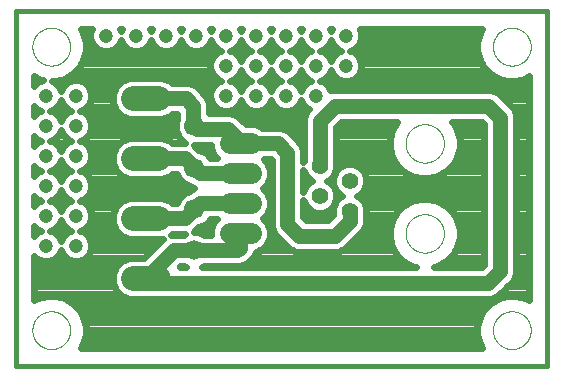
<source format=gbl>
G75*
%MOIN*%
%OFA0B0*%
%FSLAX25Y25*%
%IPPOS*%
%LPD*%
%AMOC8*
5,1,8,0,0,1.08239X$1,22.5*
%
%ADD10C,0.00000*%
%ADD11C,0.01600*%
%ADD12C,0.05543*%
%ADD13C,0.08250*%
%ADD14C,0.07087*%
%ADD15C,0.06693*%
%ADD16C,0.05000*%
%ADD17C,0.04750*%
%ADD18C,0.02400*%
D10*
X0065351Y0067988D02*
X0065353Y0068146D01*
X0065359Y0068304D01*
X0065369Y0068462D01*
X0065383Y0068620D01*
X0065401Y0068777D01*
X0065422Y0068934D01*
X0065448Y0069090D01*
X0065478Y0069246D01*
X0065511Y0069401D01*
X0065549Y0069554D01*
X0065590Y0069707D01*
X0065635Y0069859D01*
X0065684Y0070010D01*
X0065737Y0070159D01*
X0065793Y0070307D01*
X0065853Y0070453D01*
X0065917Y0070598D01*
X0065985Y0070741D01*
X0066056Y0070883D01*
X0066130Y0071023D01*
X0066208Y0071160D01*
X0066290Y0071296D01*
X0066374Y0071430D01*
X0066463Y0071561D01*
X0066554Y0071690D01*
X0066649Y0071817D01*
X0066746Y0071942D01*
X0066847Y0072064D01*
X0066951Y0072183D01*
X0067058Y0072300D01*
X0067168Y0072414D01*
X0067281Y0072525D01*
X0067396Y0072634D01*
X0067514Y0072739D01*
X0067635Y0072841D01*
X0067758Y0072941D01*
X0067884Y0073037D01*
X0068012Y0073130D01*
X0068142Y0073220D01*
X0068275Y0073306D01*
X0068410Y0073390D01*
X0068546Y0073469D01*
X0068685Y0073546D01*
X0068826Y0073618D01*
X0068968Y0073688D01*
X0069112Y0073753D01*
X0069258Y0073815D01*
X0069405Y0073873D01*
X0069554Y0073928D01*
X0069704Y0073979D01*
X0069855Y0074026D01*
X0070007Y0074069D01*
X0070160Y0074108D01*
X0070315Y0074144D01*
X0070470Y0074175D01*
X0070626Y0074203D01*
X0070782Y0074227D01*
X0070939Y0074247D01*
X0071097Y0074263D01*
X0071254Y0074275D01*
X0071413Y0074283D01*
X0071571Y0074287D01*
X0071729Y0074287D01*
X0071887Y0074283D01*
X0072046Y0074275D01*
X0072203Y0074263D01*
X0072361Y0074247D01*
X0072518Y0074227D01*
X0072674Y0074203D01*
X0072830Y0074175D01*
X0072985Y0074144D01*
X0073140Y0074108D01*
X0073293Y0074069D01*
X0073445Y0074026D01*
X0073596Y0073979D01*
X0073746Y0073928D01*
X0073895Y0073873D01*
X0074042Y0073815D01*
X0074188Y0073753D01*
X0074332Y0073688D01*
X0074474Y0073618D01*
X0074615Y0073546D01*
X0074754Y0073469D01*
X0074890Y0073390D01*
X0075025Y0073306D01*
X0075158Y0073220D01*
X0075288Y0073130D01*
X0075416Y0073037D01*
X0075542Y0072941D01*
X0075665Y0072841D01*
X0075786Y0072739D01*
X0075904Y0072634D01*
X0076019Y0072525D01*
X0076132Y0072414D01*
X0076242Y0072300D01*
X0076349Y0072183D01*
X0076453Y0072064D01*
X0076554Y0071942D01*
X0076651Y0071817D01*
X0076746Y0071690D01*
X0076837Y0071561D01*
X0076926Y0071430D01*
X0077010Y0071296D01*
X0077092Y0071160D01*
X0077170Y0071023D01*
X0077244Y0070883D01*
X0077315Y0070741D01*
X0077383Y0070598D01*
X0077447Y0070453D01*
X0077507Y0070307D01*
X0077563Y0070159D01*
X0077616Y0070010D01*
X0077665Y0069859D01*
X0077710Y0069707D01*
X0077751Y0069554D01*
X0077789Y0069401D01*
X0077822Y0069246D01*
X0077852Y0069090D01*
X0077878Y0068934D01*
X0077899Y0068777D01*
X0077917Y0068620D01*
X0077931Y0068462D01*
X0077941Y0068304D01*
X0077947Y0068146D01*
X0077949Y0067988D01*
X0077947Y0067830D01*
X0077941Y0067672D01*
X0077931Y0067514D01*
X0077917Y0067356D01*
X0077899Y0067199D01*
X0077878Y0067042D01*
X0077852Y0066886D01*
X0077822Y0066730D01*
X0077789Y0066575D01*
X0077751Y0066422D01*
X0077710Y0066269D01*
X0077665Y0066117D01*
X0077616Y0065966D01*
X0077563Y0065817D01*
X0077507Y0065669D01*
X0077447Y0065523D01*
X0077383Y0065378D01*
X0077315Y0065235D01*
X0077244Y0065093D01*
X0077170Y0064953D01*
X0077092Y0064816D01*
X0077010Y0064680D01*
X0076926Y0064546D01*
X0076837Y0064415D01*
X0076746Y0064286D01*
X0076651Y0064159D01*
X0076554Y0064034D01*
X0076453Y0063912D01*
X0076349Y0063793D01*
X0076242Y0063676D01*
X0076132Y0063562D01*
X0076019Y0063451D01*
X0075904Y0063342D01*
X0075786Y0063237D01*
X0075665Y0063135D01*
X0075542Y0063035D01*
X0075416Y0062939D01*
X0075288Y0062846D01*
X0075158Y0062756D01*
X0075025Y0062670D01*
X0074890Y0062586D01*
X0074754Y0062507D01*
X0074615Y0062430D01*
X0074474Y0062358D01*
X0074332Y0062288D01*
X0074188Y0062223D01*
X0074042Y0062161D01*
X0073895Y0062103D01*
X0073746Y0062048D01*
X0073596Y0061997D01*
X0073445Y0061950D01*
X0073293Y0061907D01*
X0073140Y0061868D01*
X0072985Y0061832D01*
X0072830Y0061801D01*
X0072674Y0061773D01*
X0072518Y0061749D01*
X0072361Y0061729D01*
X0072203Y0061713D01*
X0072046Y0061701D01*
X0071887Y0061693D01*
X0071729Y0061689D01*
X0071571Y0061689D01*
X0071413Y0061693D01*
X0071254Y0061701D01*
X0071097Y0061713D01*
X0070939Y0061729D01*
X0070782Y0061749D01*
X0070626Y0061773D01*
X0070470Y0061801D01*
X0070315Y0061832D01*
X0070160Y0061868D01*
X0070007Y0061907D01*
X0069855Y0061950D01*
X0069704Y0061997D01*
X0069554Y0062048D01*
X0069405Y0062103D01*
X0069258Y0062161D01*
X0069112Y0062223D01*
X0068968Y0062288D01*
X0068826Y0062358D01*
X0068685Y0062430D01*
X0068546Y0062507D01*
X0068410Y0062586D01*
X0068275Y0062670D01*
X0068142Y0062756D01*
X0068012Y0062846D01*
X0067884Y0062939D01*
X0067758Y0063035D01*
X0067635Y0063135D01*
X0067514Y0063237D01*
X0067396Y0063342D01*
X0067281Y0063451D01*
X0067168Y0063562D01*
X0067058Y0063676D01*
X0066951Y0063793D01*
X0066847Y0063912D01*
X0066746Y0064034D01*
X0066649Y0064159D01*
X0066554Y0064286D01*
X0066463Y0064415D01*
X0066374Y0064546D01*
X0066290Y0064680D01*
X0066208Y0064816D01*
X0066130Y0064953D01*
X0066056Y0065093D01*
X0065985Y0065235D01*
X0065917Y0065378D01*
X0065853Y0065523D01*
X0065793Y0065669D01*
X0065737Y0065817D01*
X0065684Y0065966D01*
X0065635Y0066117D01*
X0065590Y0066269D01*
X0065549Y0066422D01*
X0065511Y0066575D01*
X0065478Y0066730D01*
X0065448Y0066886D01*
X0065422Y0067042D01*
X0065401Y0067199D01*
X0065383Y0067356D01*
X0065369Y0067514D01*
X0065359Y0067672D01*
X0065353Y0067830D01*
X0065351Y0067988D01*
X0065351Y0162476D02*
X0065353Y0162634D01*
X0065359Y0162792D01*
X0065369Y0162950D01*
X0065383Y0163108D01*
X0065401Y0163265D01*
X0065422Y0163422D01*
X0065448Y0163578D01*
X0065478Y0163734D01*
X0065511Y0163889D01*
X0065549Y0164042D01*
X0065590Y0164195D01*
X0065635Y0164347D01*
X0065684Y0164498D01*
X0065737Y0164647D01*
X0065793Y0164795D01*
X0065853Y0164941D01*
X0065917Y0165086D01*
X0065985Y0165229D01*
X0066056Y0165371D01*
X0066130Y0165511D01*
X0066208Y0165648D01*
X0066290Y0165784D01*
X0066374Y0165918D01*
X0066463Y0166049D01*
X0066554Y0166178D01*
X0066649Y0166305D01*
X0066746Y0166430D01*
X0066847Y0166552D01*
X0066951Y0166671D01*
X0067058Y0166788D01*
X0067168Y0166902D01*
X0067281Y0167013D01*
X0067396Y0167122D01*
X0067514Y0167227D01*
X0067635Y0167329D01*
X0067758Y0167429D01*
X0067884Y0167525D01*
X0068012Y0167618D01*
X0068142Y0167708D01*
X0068275Y0167794D01*
X0068410Y0167878D01*
X0068546Y0167957D01*
X0068685Y0168034D01*
X0068826Y0168106D01*
X0068968Y0168176D01*
X0069112Y0168241D01*
X0069258Y0168303D01*
X0069405Y0168361D01*
X0069554Y0168416D01*
X0069704Y0168467D01*
X0069855Y0168514D01*
X0070007Y0168557D01*
X0070160Y0168596D01*
X0070315Y0168632D01*
X0070470Y0168663D01*
X0070626Y0168691D01*
X0070782Y0168715D01*
X0070939Y0168735D01*
X0071097Y0168751D01*
X0071254Y0168763D01*
X0071413Y0168771D01*
X0071571Y0168775D01*
X0071729Y0168775D01*
X0071887Y0168771D01*
X0072046Y0168763D01*
X0072203Y0168751D01*
X0072361Y0168735D01*
X0072518Y0168715D01*
X0072674Y0168691D01*
X0072830Y0168663D01*
X0072985Y0168632D01*
X0073140Y0168596D01*
X0073293Y0168557D01*
X0073445Y0168514D01*
X0073596Y0168467D01*
X0073746Y0168416D01*
X0073895Y0168361D01*
X0074042Y0168303D01*
X0074188Y0168241D01*
X0074332Y0168176D01*
X0074474Y0168106D01*
X0074615Y0168034D01*
X0074754Y0167957D01*
X0074890Y0167878D01*
X0075025Y0167794D01*
X0075158Y0167708D01*
X0075288Y0167618D01*
X0075416Y0167525D01*
X0075542Y0167429D01*
X0075665Y0167329D01*
X0075786Y0167227D01*
X0075904Y0167122D01*
X0076019Y0167013D01*
X0076132Y0166902D01*
X0076242Y0166788D01*
X0076349Y0166671D01*
X0076453Y0166552D01*
X0076554Y0166430D01*
X0076651Y0166305D01*
X0076746Y0166178D01*
X0076837Y0166049D01*
X0076926Y0165918D01*
X0077010Y0165784D01*
X0077092Y0165648D01*
X0077170Y0165511D01*
X0077244Y0165371D01*
X0077315Y0165229D01*
X0077383Y0165086D01*
X0077447Y0164941D01*
X0077507Y0164795D01*
X0077563Y0164647D01*
X0077616Y0164498D01*
X0077665Y0164347D01*
X0077710Y0164195D01*
X0077751Y0164042D01*
X0077789Y0163889D01*
X0077822Y0163734D01*
X0077852Y0163578D01*
X0077878Y0163422D01*
X0077899Y0163265D01*
X0077917Y0163108D01*
X0077931Y0162950D01*
X0077941Y0162792D01*
X0077947Y0162634D01*
X0077949Y0162476D01*
X0077947Y0162318D01*
X0077941Y0162160D01*
X0077931Y0162002D01*
X0077917Y0161844D01*
X0077899Y0161687D01*
X0077878Y0161530D01*
X0077852Y0161374D01*
X0077822Y0161218D01*
X0077789Y0161063D01*
X0077751Y0160910D01*
X0077710Y0160757D01*
X0077665Y0160605D01*
X0077616Y0160454D01*
X0077563Y0160305D01*
X0077507Y0160157D01*
X0077447Y0160011D01*
X0077383Y0159866D01*
X0077315Y0159723D01*
X0077244Y0159581D01*
X0077170Y0159441D01*
X0077092Y0159304D01*
X0077010Y0159168D01*
X0076926Y0159034D01*
X0076837Y0158903D01*
X0076746Y0158774D01*
X0076651Y0158647D01*
X0076554Y0158522D01*
X0076453Y0158400D01*
X0076349Y0158281D01*
X0076242Y0158164D01*
X0076132Y0158050D01*
X0076019Y0157939D01*
X0075904Y0157830D01*
X0075786Y0157725D01*
X0075665Y0157623D01*
X0075542Y0157523D01*
X0075416Y0157427D01*
X0075288Y0157334D01*
X0075158Y0157244D01*
X0075025Y0157158D01*
X0074890Y0157074D01*
X0074754Y0156995D01*
X0074615Y0156918D01*
X0074474Y0156846D01*
X0074332Y0156776D01*
X0074188Y0156711D01*
X0074042Y0156649D01*
X0073895Y0156591D01*
X0073746Y0156536D01*
X0073596Y0156485D01*
X0073445Y0156438D01*
X0073293Y0156395D01*
X0073140Y0156356D01*
X0072985Y0156320D01*
X0072830Y0156289D01*
X0072674Y0156261D01*
X0072518Y0156237D01*
X0072361Y0156217D01*
X0072203Y0156201D01*
X0072046Y0156189D01*
X0071887Y0156181D01*
X0071729Y0156177D01*
X0071571Y0156177D01*
X0071413Y0156181D01*
X0071254Y0156189D01*
X0071097Y0156201D01*
X0070939Y0156217D01*
X0070782Y0156237D01*
X0070626Y0156261D01*
X0070470Y0156289D01*
X0070315Y0156320D01*
X0070160Y0156356D01*
X0070007Y0156395D01*
X0069855Y0156438D01*
X0069704Y0156485D01*
X0069554Y0156536D01*
X0069405Y0156591D01*
X0069258Y0156649D01*
X0069112Y0156711D01*
X0068968Y0156776D01*
X0068826Y0156846D01*
X0068685Y0156918D01*
X0068546Y0156995D01*
X0068410Y0157074D01*
X0068275Y0157158D01*
X0068142Y0157244D01*
X0068012Y0157334D01*
X0067884Y0157427D01*
X0067758Y0157523D01*
X0067635Y0157623D01*
X0067514Y0157725D01*
X0067396Y0157830D01*
X0067281Y0157939D01*
X0067168Y0158050D01*
X0067058Y0158164D01*
X0066951Y0158281D01*
X0066847Y0158400D01*
X0066746Y0158522D01*
X0066649Y0158647D01*
X0066554Y0158774D01*
X0066463Y0158903D01*
X0066374Y0159034D01*
X0066290Y0159168D01*
X0066208Y0159304D01*
X0066130Y0159441D01*
X0066056Y0159581D01*
X0065985Y0159723D01*
X0065917Y0159866D01*
X0065853Y0160011D01*
X0065793Y0160157D01*
X0065737Y0160305D01*
X0065684Y0160454D01*
X0065635Y0160605D01*
X0065590Y0160757D01*
X0065549Y0160910D01*
X0065511Y0161063D01*
X0065478Y0161218D01*
X0065448Y0161374D01*
X0065422Y0161530D01*
X0065401Y0161687D01*
X0065383Y0161844D01*
X0065369Y0162002D01*
X0065359Y0162160D01*
X0065353Y0162318D01*
X0065351Y0162476D01*
X0189740Y0130232D02*
X0189742Y0130392D01*
X0189748Y0130551D01*
X0189758Y0130710D01*
X0189772Y0130869D01*
X0189790Y0131028D01*
X0189811Y0131186D01*
X0189837Y0131343D01*
X0189867Y0131500D01*
X0189900Y0131656D01*
X0189938Y0131811D01*
X0189979Y0131965D01*
X0190024Y0132118D01*
X0190073Y0132270D01*
X0190126Y0132420D01*
X0190182Y0132569D01*
X0190242Y0132717D01*
X0190306Y0132863D01*
X0190374Y0133008D01*
X0190445Y0133151D01*
X0190519Y0133292D01*
X0190597Y0133431D01*
X0190679Y0133568D01*
X0190764Y0133703D01*
X0190852Y0133836D01*
X0190943Y0133967D01*
X0191038Y0134095D01*
X0191136Y0134221D01*
X0191237Y0134345D01*
X0191341Y0134465D01*
X0191448Y0134584D01*
X0191558Y0134699D01*
X0191671Y0134812D01*
X0191786Y0134922D01*
X0191905Y0135029D01*
X0192025Y0135133D01*
X0192149Y0135234D01*
X0192275Y0135332D01*
X0192403Y0135427D01*
X0192534Y0135518D01*
X0192667Y0135606D01*
X0192802Y0135691D01*
X0192939Y0135773D01*
X0193078Y0135851D01*
X0193219Y0135925D01*
X0193362Y0135996D01*
X0193507Y0136064D01*
X0193653Y0136128D01*
X0193801Y0136188D01*
X0193950Y0136244D01*
X0194100Y0136297D01*
X0194252Y0136346D01*
X0194405Y0136391D01*
X0194559Y0136432D01*
X0194714Y0136470D01*
X0194870Y0136503D01*
X0195027Y0136533D01*
X0195184Y0136559D01*
X0195342Y0136580D01*
X0195501Y0136598D01*
X0195660Y0136612D01*
X0195819Y0136622D01*
X0195978Y0136628D01*
X0196138Y0136630D01*
X0196298Y0136628D01*
X0196457Y0136622D01*
X0196616Y0136612D01*
X0196775Y0136598D01*
X0196934Y0136580D01*
X0197092Y0136559D01*
X0197249Y0136533D01*
X0197406Y0136503D01*
X0197562Y0136470D01*
X0197717Y0136432D01*
X0197871Y0136391D01*
X0198024Y0136346D01*
X0198176Y0136297D01*
X0198326Y0136244D01*
X0198475Y0136188D01*
X0198623Y0136128D01*
X0198769Y0136064D01*
X0198914Y0135996D01*
X0199057Y0135925D01*
X0199198Y0135851D01*
X0199337Y0135773D01*
X0199474Y0135691D01*
X0199609Y0135606D01*
X0199742Y0135518D01*
X0199873Y0135427D01*
X0200001Y0135332D01*
X0200127Y0135234D01*
X0200251Y0135133D01*
X0200371Y0135029D01*
X0200490Y0134922D01*
X0200605Y0134812D01*
X0200718Y0134699D01*
X0200828Y0134584D01*
X0200935Y0134465D01*
X0201039Y0134345D01*
X0201140Y0134221D01*
X0201238Y0134095D01*
X0201333Y0133967D01*
X0201424Y0133836D01*
X0201512Y0133703D01*
X0201597Y0133568D01*
X0201679Y0133431D01*
X0201757Y0133292D01*
X0201831Y0133151D01*
X0201902Y0133008D01*
X0201970Y0132863D01*
X0202034Y0132717D01*
X0202094Y0132569D01*
X0202150Y0132420D01*
X0202203Y0132270D01*
X0202252Y0132118D01*
X0202297Y0131965D01*
X0202338Y0131811D01*
X0202376Y0131656D01*
X0202409Y0131500D01*
X0202439Y0131343D01*
X0202465Y0131186D01*
X0202486Y0131028D01*
X0202504Y0130869D01*
X0202518Y0130710D01*
X0202528Y0130551D01*
X0202534Y0130392D01*
X0202536Y0130232D01*
X0202534Y0130072D01*
X0202528Y0129913D01*
X0202518Y0129754D01*
X0202504Y0129595D01*
X0202486Y0129436D01*
X0202465Y0129278D01*
X0202439Y0129121D01*
X0202409Y0128964D01*
X0202376Y0128808D01*
X0202338Y0128653D01*
X0202297Y0128499D01*
X0202252Y0128346D01*
X0202203Y0128194D01*
X0202150Y0128044D01*
X0202094Y0127895D01*
X0202034Y0127747D01*
X0201970Y0127601D01*
X0201902Y0127456D01*
X0201831Y0127313D01*
X0201757Y0127172D01*
X0201679Y0127033D01*
X0201597Y0126896D01*
X0201512Y0126761D01*
X0201424Y0126628D01*
X0201333Y0126497D01*
X0201238Y0126369D01*
X0201140Y0126243D01*
X0201039Y0126119D01*
X0200935Y0125999D01*
X0200828Y0125880D01*
X0200718Y0125765D01*
X0200605Y0125652D01*
X0200490Y0125542D01*
X0200371Y0125435D01*
X0200251Y0125331D01*
X0200127Y0125230D01*
X0200001Y0125132D01*
X0199873Y0125037D01*
X0199742Y0124946D01*
X0199609Y0124858D01*
X0199474Y0124773D01*
X0199337Y0124691D01*
X0199198Y0124613D01*
X0199057Y0124539D01*
X0198914Y0124468D01*
X0198769Y0124400D01*
X0198623Y0124336D01*
X0198475Y0124276D01*
X0198326Y0124220D01*
X0198176Y0124167D01*
X0198024Y0124118D01*
X0197871Y0124073D01*
X0197717Y0124032D01*
X0197562Y0123994D01*
X0197406Y0123961D01*
X0197249Y0123931D01*
X0197092Y0123905D01*
X0196934Y0123884D01*
X0196775Y0123866D01*
X0196616Y0123852D01*
X0196457Y0123842D01*
X0196298Y0123836D01*
X0196138Y0123834D01*
X0195978Y0123836D01*
X0195819Y0123842D01*
X0195660Y0123852D01*
X0195501Y0123866D01*
X0195342Y0123884D01*
X0195184Y0123905D01*
X0195027Y0123931D01*
X0194870Y0123961D01*
X0194714Y0123994D01*
X0194559Y0124032D01*
X0194405Y0124073D01*
X0194252Y0124118D01*
X0194100Y0124167D01*
X0193950Y0124220D01*
X0193801Y0124276D01*
X0193653Y0124336D01*
X0193507Y0124400D01*
X0193362Y0124468D01*
X0193219Y0124539D01*
X0193078Y0124613D01*
X0192939Y0124691D01*
X0192802Y0124773D01*
X0192667Y0124858D01*
X0192534Y0124946D01*
X0192403Y0125037D01*
X0192275Y0125132D01*
X0192149Y0125230D01*
X0192025Y0125331D01*
X0191905Y0125435D01*
X0191786Y0125542D01*
X0191671Y0125652D01*
X0191558Y0125765D01*
X0191448Y0125880D01*
X0191341Y0125999D01*
X0191237Y0126119D01*
X0191136Y0126243D01*
X0191038Y0126369D01*
X0190943Y0126497D01*
X0190852Y0126628D01*
X0190764Y0126761D01*
X0190679Y0126896D01*
X0190597Y0127033D01*
X0190519Y0127172D01*
X0190445Y0127313D01*
X0190374Y0127456D01*
X0190306Y0127601D01*
X0190242Y0127747D01*
X0190182Y0127895D01*
X0190126Y0128044D01*
X0190073Y0128194D01*
X0190024Y0128346D01*
X0189979Y0128499D01*
X0189938Y0128653D01*
X0189900Y0128808D01*
X0189867Y0128964D01*
X0189837Y0129121D01*
X0189811Y0129278D01*
X0189790Y0129436D01*
X0189772Y0129595D01*
X0189758Y0129754D01*
X0189748Y0129913D01*
X0189742Y0130072D01*
X0189740Y0130232D01*
X0189740Y0100232D02*
X0189742Y0100392D01*
X0189748Y0100551D01*
X0189758Y0100710D01*
X0189772Y0100869D01*
X0189790Y0101028D01*
X0189811Y0101186D01*
X0189837Y0101343D01*
X0189867Y0101500D01*
X0189900Y0101656D01*
X0189938Y0101811D01*
X0189979Y0101965D01*
X0190024Y0102118D01*
X0190073Y0102270D01*
X0190126Y0102420D01*
X0190182Y0102569D01*
X0190242Y0102717D01*
X0190306Y0102863D01*
X0190374Y0103008D01*
X0190445Y0103151D01*
X0190519Y0103292D01*
X0190597Y0103431D01*
X0190679Y0103568D01*
X0190764Y0103703D01*
X0190852Y0103836D01*
X0190943Y0103967D01*
X0191038Y0104095D01*
X0191136Y0104221D01*
X0191237Y0104345D01*
X0191341Y0104465D01*
X0191448Y0104584D01*
X0191558Y0104699D01*
X0191671Y0104812D01*
X0191786Y0104922D01*
X0191905Y0105029D01*
X0192025Y0105133D01*
X0192149Y0105234D01*
X0192275Y0105332D01*
X0192403Y0105427D01*
X0192534Y0105518D01*
X0192667Y0105606D01*
X0192802Y0105691D01*
X0192939Y0105773D01*
X0193078Y0105851D01*
X0193219Y0105925D01*
X0193362Y0105996D01*
X0193507Y0106064D01*
X0193653Y0106128D01*
X0193801Y0106188D01*
X0193950Y0106244D01*
X0194100Y0106297D01*
X0194252Y0106346D01*
X0194405Y0106391D01*
X0194559Y0106432D01*
X0194714Y0106470D01*
X0194870Y0106503D01*
X0195027Y0106533D01*
X0195184Y0106559D01*
X0195342Y0106580D01*
X0195501Y0106598D01*
X0195660Y0106612D01*
X0195819Y0106622D01*
X0195978Y0106628D01*
X0196138Y0106630D01*
X0196298Y0106628D01*
X0196457Y0106622D01*
X0196616Y0106612D01*
X0196775Y0106598D01*
X0196934Y0106580D01*
X0197092Y0106559D01*
X0197249Y0106533D01*
X0197406Y0106503D01*
X0197562Y0106470D01*
X0197717Y0106432D01*
X0197871Y0106391D01*
X0198024Y0106346D01*
X0198176Y0106297D01*
X0198326Y0106244D01*
X0198475Y0106188D01*
X0198623Y0106128D01*
X0198769Y0106064D01*
X0198914Y0105996D01*
X0199057Y0105925D01*
X0199198Y0105851D01*
X0199337Y0105773D01*
X0199474Y0105691D01*
X0199609Y0105606D01*
X0199742Y0105518D01*
X0199873Y0105427D01*
X0200001Y0105332D01*
X0200127Y0105234D01*
X0200251Y0105133D01*
X0200371Y0105029D01*
X0200490Y0104922D01*
X0200605Y0104812D01*
X0200718Y0104699D01*
X0200828Y0104584D01*
X0200935Y0104465D01*
X0201039Y0104345D01*
X0201140Y0104221D01*
X0201238Y0104095D01*
X0201333Y0103967D01*
X0201424Y0103836D01*
X0201512Y0103703D01*
X0201597Y0103568D01*
X0201679Y0103431D01*
X0201757Y0103292D01*
X0201831Y0103151D01*
X0201902Y0103008D01*
X0201970Y0102863D01*
X0202034Y0102717D01*
X0202094Y0102569D01*
X0202150Y0102420D01*
X0202203Y0102270D01*
X0202252Y0102118D01*
X0202297Y0101965D01*
X0202338Y0101811D01*
X0202376Y0101656D01*
X0202409Y0101500D01*
X0202439Y0101343D01*
X0202465Y0101186D01*
X0202486Y0101028D01*
X0202504Y0100869D01*
X0202518Y0100710D01*
X0202528Y0100551D01*
X0202534Y0100392D01*
X0202536Y0100232D01*
X0202534Y0100072D01*
X0202528Y0099913D01*
X0202518Y0099754D01*
X0202504Y0099595D01*
X0202486Y0099436D01*
X0202465Y0099278D01*
X0202439Y0099121D01*
X0202409Y0098964D01*
X0202376Y0098808D01*
X0202338Y0098653D01*
X0202297Y0098499D01*
X0202252Y0098346D01*
X0202203Y0098194D01*
X0202150Y0098044D01*
X0202094Y0097895D01*
X0202034Y0097747D01*
X0201970Y0097601D01*
X0201902Y0097456D01*
X0201831Y0097313D01*
X0201757Y0097172D01*
X0201679Y0097033D01*
X0201597Y0096896D01*
X0201512Y0096761D01*
X0201424Y0096628D01*
X0201333Y0096497D01*
X0201238Y0096369D01*
X0201140Y0096243D01*
X0201039Y0096119D01*
X0200935Y0095999D01*
X0200828Y0095880D01*
X0200718Y0095765D01*
X0200605Y0095652D01*
X0200490Y0095542D01*
X0200371Y0095435D01*
X0200251Y0095331D01*
X0200127Y0095230D01*
X0200001Y0095132D01*
X0199873Y0095037D01*
X0199742Y0094946D01*
X0199609Y0094858D01*
X0199474Y0094773D01*
X0199337Y0094691D01*
X0199198Y0094613D01*
X0199057Y0094539D01*
X0198914Y0094468D01*
X0198769Y0094400D01*
X0198623Y0094336D01*
X0198475Y0094276D01*
X0198326Y0094220D01*
X0198176Y0094167D01*
X0198024Y0094118D01*
X0197871Y0094073D01*
X0197717Y0094032D01*
X0197562Y0093994D01*
X0197406Y0093961D01*
X0197249Y0093931D01*
X0197092Y0093905D01*
X0196934Y0093884D01*
X0196775Y0093866D01*
X0196616Y0093852D01*
X0196457Y0093842D01*
X0196298Y0093836D01*
X0196138Y0093834D01*
X0195978Y0093836D01*
X0195819Y0093842D01*
X0195660Y0093852D01*
X0195501Y0093866D01*
X0195342Y0093884D01*
X0195184Y0093905D01*
X0195027Y0093931D01*
X0194870Y0093961D01*
X0194714Y0093994D01*
X0194559Y0094032D01*
X0194405Y0094073D01*
X0194252Y0094118D01*
X0194100Y0094167D01*
X0193950Y0094220D01*
X0193801Y0094276D01*
X0193653Y0094336D01*
X0193507Y0094400D01*
X0193362Y0094468D01*
X0193219Y0094539D01*
X0193078Y0094613D01*
X0192939Y0094691D01*
X0192802Y0094773D01*
X0192667Y0094858D01*
X0192534Y0094946D01*
X0192403Y0095037D01*
X0192275Y0095132D01*
X0192149Y0095230D01*
X0192025Y0095331D01*
X0191905Y0095435D01*
X0191786Y0095542D01*
X0191671Y0095652D01*
X0191558Y0095765D01*
X0191448Y0095880D01*
X0191341Y0095999D01*
X0191237Y0096119D01*
X0191136Y0096243D01*
X0191038Y0096369D01*
X0190943Y0096497D01*
X0190852Y0096628D01*
X0190764Y0096761D01*
X0190679Y0096896D01*
X0190597Y0097033D01*
X0190519Y0097172D01*
X0190445Y0097313D01*
X0190374Y0097456D01*
X0190306Y0097601D01*
X0190242Y0097747D01*
X0190182Y0097895D01*
X0190126Y0098044D01*
X0190073Y0098194D01*
X0190024Y0098346D01*
X0189979Y0098499D01*
X0189938Y0098653D01*
X0189900Y0098808D01*
X0189867Y0098964D01*
X0189837Y0099121D01*
X0189811Y0099278D01*
X0189790Y0099436D01*
X0189772Y0099595D01*
X0189758Y0099754D01*
X0189748Y0099913D01*
X0189742Y0100072D01*
X0189740Y0100232D01*
X0218895Y0067988D02*
X0218897Y0068146D01*
X0218903Y0068304D01*
X0218913Y0068462D01*
X0218927Y0068620D01*
X0218945Y0068777D01*
X0218966Y0068934D01*
X0218992Y0069090D01*
X0219022Y0069246D01*
X0219055Y0069401D01*
X0219093Y0069554D01*
X0219134Y0069707D01*
X0219179Y0069859D01*
X0219228Y0070010D01*
X0219281Y0070159D01*
X0219337Y0070307D01*
X0219397Y0070453D01*
X0219461Y0070598D01*
X0219529Y0070741D01*
X0219600Y0070883D01*
X0219674Y0071023D01*
X0219752Y0071160D01*
X0219834Y0071296D01*
X0219918Y0071430D01*
X0220007Y0071561D01*
X0220098Y0071690D01*
X0220193Y0071817D01*
X0220290Y0071942D01*
X0220391Y0072064D01*
X0220495Y0072183D01*
X0220602Y0072300D01*
X0220712Y0072414D01*
X0220825Y0072525D01*
X0220940Y0072634D01*
X0221058Y0072739D01*
X0221179Y0072841D01*
X0221302Y0072941D01*
X0221428Y0073037D01*
X0221556Y0073130D01*
X0221686Y0073220D01*
X0221819Y0073306D01*
X0221954Y0073390D01*
X0222090Y0073469D01*
X0222229Y0073546D01*
X0222370Y0073618D01*
X0222512Y0073688D01*
X0222656Y0073753D01*
X0222802Y0073815D01*
X0222949Y0073873D01*
X0223098Y0073928D01*
X0223248Y0073979D01*
X0223399Y0074026D01*
X0223551Y0074069D01*
X0223704Y0074108D01*
X0223859Y0074144D01*
X0224014Y0074175D01*
X0224170Y0074203D01*
X0224326Y0074227D01*
X0224483Y0074247D01*
X0224641Y0074263D01*
X0224798Y0074275D01*
X0224957Y0074283D01*
X0225115Y0074287D01*
X0225273Y0074287D01*
X0225431Y0074283D01*
X0225590Y0074275D01*
X0225747Y0074263D01*
X0225905Y0074247D01*
X0226062Y0074227D01*
X0226218Y0074203D01*
X0226374Y0074175D01*
X0226529Y0074144D01*
X0226684Y0074108D01*
X0226837Y0074069D01*
X0226989Y0074026D01*
X0227140Y0073979D01*
X0227290Y0073928D01*
X0227439Y0073873D01*
X0227586Y0073815D01*
X0227732Y0073753D01*
X0227876Y0073688D01*
X0228018Y0073618D01*
X0228159Y0073546D01*
X0228298Y0073469D01*
X0228434Y0073390D01*
X0228569Y0073306D01*
X0228702Y0073220D01*
X0228832Y0073130D01*
X0228960Y0073037D01*
X0229086Y0072941D01*
X0229209Y0072841D01*
X0229330Y0072739D01*
X0229448Y0072634D01*
X0229563Y0072525D01*
X0229676Y0072414D01*
X0229786Y0072300D01*
X0229893Y0072183D01*
X0229997Y0072064D01*
X0230098Y0071942D01*
X0230195Y0071817D01*
X0230290Y0071690D01*
X0230381Y0071561D01*
X0230470Y0071430D01*
X0230554Y0071296D01*
X0230636Y0071160D01*
X0230714Y0071023D01*
X0230788Y0070883D01*
X0230859Y0070741D01*
X0230927Y0070598D01*
X0230991Y0070453D01*
X0231051Y0070307D01*
X0231107Y0070159D01*
X0231160Y0070010D01*
X0231209Y0069859D01*
X0231254Y0069707D01*
X0231295Y0069554D01*
X0231333Y0069401D01*
X0231366Y0069246D01*
X0231396Y0069090D01*
X0231422Y0068934D01*
X0231443Y0068777D01*
X0231461Y0068620D01*
X0231475Y0068462D01*
X0231485Y0068304D01*
X0231491Y0068146D01*
X0231493Y0067988D01*
X0231491Y0067830D01*
X0231485Y0067672D01*
X0231475Y0067514D01*
X0231461Y0067356D01*
X0231443Y0067199D01*
X0231422Y0067042D01*
X0231396Y0066886D01*
X0231366Y0066730D01*
X0231333Y0066575D01*
X0231295Y0066422D01*
X0231254Y0066269D01*
X0231209Y0066117D01*
X0231160Y0065966D01*
X0231107Y0065817D01*
X0231051Y0065669D01*
X0230991Y0065523D01*
X0230927Y0065378D01*
X0230859Y0065235D01*
X0230788Y0065093D01*
X0230714Y0064953D01*
X0230636Y0064816D01*
X0230554Y0064680D01*
X0230470Y0064546D01*
X0230381Y0064415D01*
X0230290Y0064286D01*
X0230195Y0064159D01*
X0230098Y0064034D01*
X0229997Y0063912D01*
X0229893Y0063793D01*
X0229786Y0063676D01*
X0229676Y0063562D01*
X0229563Y0063451D01*
X0229448Y0063342D01*
X0229330Y0063237D01*
X0229209Y0063135D01*
X0229086Y0063035D01*
X0228960Y0062939D01*
X0228832Y0062846D01*
X0228702Y0062756D01*
X0228569Y0062670D01*
X0228434Y0062586D01*
X0228298Y0062507D01*
X0228159Y0062430D01*
X0228018Y0062358D01*
X0227876Y0062288D01*
X0227732Y0062223D01*
X0227586Y0062161D01*
X0227439Y0062103D01*
X0227290Y0062048D01*
X0227140Y0061997D01*
X0226989Y0061950D01*
X0226837Y0061907D01*
X0226684Y0061868D01*
X0226529Y0061832D01*
X0226374Y0061801D01*
X0226218Y0061773D01*
X0226062Y0061749D01*
X0225905Y0061729D01*
X0225747Y0061713D01*
X0225590Y0061701D01*
X0225431Y0061693D01*
X0225273Y0061689D01*
X0225115Y0061689D01*
X0224957Y0061693D01*
X0224798Y0061701D01*
X0224641Y0061713D01*
X0224483Y0061729D01*
X0224326Y0061749D01*
X0224170Y0061773D01*
X0224014Y0061801D01*
X0223859Y0061832D01*
X0223704Y0061868D01*
X0223551Y0061907D01*
X0223399Y0061950D01*
X0223248Y0061997D01*
X0223098Y0062048D01*
X0222949Y0062103D01*
X0222802Y0062161D01*
X0222656Y0062223D01*
X0222512Y0062288D01*
X0222370Y0062358D01*
X0222229Y0062430D01*
X0222090Y0062507D01*
X0221954Y0062586D01*
X0221819Y0062670D01*
X0221686Y0062756D01*
X0221556Y0062846D01*
X0221428Y0062939D01*
X0221302Y0063035D01*
X0221179Y0063135D01*
X0221058Y0063237D01*
X0220940Y0063342D01*
X0220825Y0063451D01*
X0220712Y0063562D01*
X0220602Y0063676D01*
X0220495Y0063793D01*
X0220391Y0063912D01*
X0220290Y0064034D01*
X0220193Y0064159D01*
X0220098Y0064286D01*
X0220007Y0064415D01*
X0219918Y0064546D01*
X0219834Y0064680D01*
X0219752Y0064816D01*
X0219674Y0064953D01*
X0219600Y0065093D01*
X0219529Y0065235D01*
X0219461Y0065378D01*
X0219397Y0065523D01*
X0219337Y0065669D01*
X0219281Y0065817D01*
X0219228Y0065966D01*
X0219179Y0066117D01*
X0219134Y0066269D01*
X0219093Y0066422D01*
X0219055Y0066575D01*
X0219022Y0066730D01*
X0218992Y0066886D01*
X0218966Y0067042D01*
X0218945Y0067199D01*
X0218927Y0067356D01*
X0218913Y0067514D01*
X0218903Y0067672D01*
X0218897Y0067830D01*
X0218895Y0067988D01*
X0218895Y0162476D02*
X0218897Y0162634D01*
X0218903Y0162792D01*
X0218913Y0162950D01*
X0218927Y0163108D01*
X0218945Y0163265D01*
X0218966Y0163422D01*
X0218992Y0163578D01*
X0219022Y0163734D01*
X0219055Y0163889D01*
X0219093Y0164042D01*
X0219134Y0164195D01*
X0219179Y0164347D01*
X0219228Y0164498D01*
X0219281Y0164647D01*
X0219337Y0164795D01*
X0219397Y0164941D01*
X0219461Y0165086D01*
X0219529Y0165229D01*
X0219600Y0165371D01*
X0219674Y0165511D01*
X0219752Y0165648D01*
X0219834Y0165784D01*
X0219918Y0165918D01*
X0220007Y0166049D01*
X0220098Y0166178D01*
X0220193Y0166305D01*
X0220290Y0166430D01*
X0220391Y0166552D01*
X0220495Y0166671D01*
X0220602Y0166788D01*
X0220712Y0166902D01*
X0220825Y0167013D01*
X0220940Y0167122D01*
X0221058Y0167227D01*
X0221179Y0167329D01*
X0221302Y0167429D01*
X0221428Y0167525D01*
X0221556Y0167618D01*
X0221686Y0167708D01*
X0221819Y0167794D01*
X0221954Y0167878D01*
X0222090Y0167957D01*
X0222229Y0168034D01*
X0222370Y0168106D01*
X0222512Y0168176D01*
X0222656Y0168241D01*
X0222802Y0168303D01*
X0222949Y0168361D01*
X0223098Y0168416D01*
X0223248Y0168467D01*
X0223399Y0168514D01*
X0223551Y0168557D01*
X0223704Y0168596D01*
X0223859Y0168632D01*
X0224014Y0168663D01*
X0224170Y0168691D01*
X0224326Y0168715D01*
X0224483Y0168735D01*
X0224641Y0168751D01*
X0224798Y0168763D01*
X0224957Y0168771D01*
X0225115Y0168775D01*
X0225273Y0168775D01*
X0225431Y0168771D01*
X0225590Y0168763D01*
X0225747Y0168751D01*
X0225905Y0168735D01*
X0226062Y0168715D01*
X0226218Y0168691D01*
X0226374Y0168663D01*
X0226529Y0168632D01*
X0226684Y0168596D01*
X0226837Y0168557D01*
X0226989Y0168514D01*
X0227140Y0168467D01*
X0227290Y0168416D01*
X0227439Y0168361D01*
X0227586Y0168303D01*
X0227732Y0168241D01*
X0227876Y0168176D01*
X0228018Y0168106D01*
X0228159Y0168034D01*
X0228298Y0167957D01*
X0228434Y0167878D01*
X0228569Y0167794D01*
X0228702Y0167708D01*
X0228832Y0167618D01*
X0228960Y0167525D01*
X0229086Y0167429D01*
X0229209Y0167329D01*
X0229330Y0167227D01*
X0229448Y0167122D01*
X0229563Y0167013D01*
X0229676Y0166902D01*
X0229786Y0166788D01*
X0229893Y0166671D01*
X0229997Y0166552D01*
X0230098Y0166430D01*
X0230195Y0166305D01*
X0230290Y0166178D01*
X0230381Y0166049D01*
X0230470Y0165918D01*
X0230554Y0165784D01*
X0230636Y0165648D01*
X0230714Y0165511D01*
X0230788Y0165371D01*
X0230859Y0165229D01*
X0230927Y0165086D01*
X0230991Y0164941D01*
X0231051Y0164795D01*
X0231107Y0164647D01*
X0231160Y0164498D01*
X0231209Y0164347D01*
X0231254Y0164195D01*
X0231295Y0164042D01*
X0231333Y0163889D01*
X0231366Y0163734D01*
X0231396Y0163578D01*
X0231422Y0163422D01*
X0231443Y0163265D01*
X0231461Y0163108D01*
X0231475Y0162950D01*
X0231485Y0162792D01*
X0231491Y0162634D01*
X0231493Y0162476D01*
X0231491Y0162318D01*
X0231485Y0162160D01*
X0231475Y0162002D01*
X0231461Y0161844D01*
X0231443Y0161687D01*
X0231422Y0161530D01*
X0231396Y0161374D01*
X0231366Y0161218D01*
X0231333Y0161063D01*
X0231295Y0160910D01*
X0231254Y0160757D01*
X0231209Y0160605D01*
X0231160Y0160454D01*
X0231107Y0160305D01*
X0231051Y0160157D01*
X0230991Y0160011D01*
X0230927Y0159866D01*
X0230859Y0159723D01*
X0230788Y0159581D01*
X0230714Y0159441D01*
X0230636Y0159304D01*
X0230554Y0159168D01*
X0230470Y0159034D01*
X0230381Y0158903D01*
X0230290Y0158774D01*
X0230195Y0158647D01*
X0230098Y0158522D01*
X0229997Y0158400D01*
X0229893Y0158281D01*
X0229786Y0158164D01*
X0229676Y0158050D01*
X0229563Y0157939D01*
X0229448Y0157830D01*
X0229330Y0157725D01*
X0229209Y0157623D01*
X0229086Y0157523D01*
X0228960Y0157427D01*
X0228832Y0157334D01*
X0228702Y0157244D01*
X0228569Y0157158D01*
X0228434Y0157074D01*
X0228298Y0156995D01*
X0228159Y0156918D01*
X0228018Y0156846D01*
X0227876Y0156776D01*
X0227732Y0156711D01*
X0227586Y0156649D01*
X0227439Y0156591D01*
X0227290Y0156536D01*
X0227140Y0156485D01*
X0226989Y0156438D01*
X0226837Y0156395D01*
X0226684Y0156356D01*
X0226529Y0156320D01*
X0226374Y0156289D01*
X0226218Y0156261D01*
X0226062Y0156237D01*
X0225905Y0156217D01*
X0225747Y0156201D01*
X0225590Y0156189D01*
X0225431Y0156181D01*
X0225273Y0156177D01*
X0225115Y0156177D01*
X0224957Y0156181D01*
X0224798Y0156189D01*
X0224641Y0156201D01*
X0224483Y0156217D01*
X0224326Y0156237D01*
X0224170Y0156261D01*
X0224014Y0156289D01*
X0223859Y0156320D01*
X0223704Y0156356D01*
X0223551Y0156395D01*
X0223399Y0156438D01*
X0223248Y0156485D01*
X0223098Y0156536D01*
X0222949Y0156591D01*
X0222802Y0156649D01*
X0222656Y0156711D01*
X0222512Y0156776D01*
X0222370Y0156846D01*
X0222229Y0156918D01*
X0222090Y0156995D01*
X0221954Y0157074D01*
X0221819Y0157158D01*
X0221686Y0157244D01*
X0221556Y0157334D01*
X0221428Y0157427D01*
X0221302Y0157523D01*
X0221179Y0157623D01*
X0221058Y0157725D01*
X0220940Y0157830D01*
X0220825Y0157939D01*
X0220712Y0158050D01*
X0220602Y0158164D01*
X0220495Y0158281D01*
X0220391Y0158400D01*
X0220290Y0158522D01*
X0220193Y0158647D01*
X0220098Y0158774D01*
X0220007Y0158903D01*
X0219918Y0159034D01*
X0219834Y0159168D01*
X0219752Y0159304D01*
X0219674Y0159441D01*
X0219600Y0159581D01*
X0219529Y0159723D01*
X0219461Y0159866D01*
X0219397Y0160011D01*
X0219337Y0160157D01*
X0219281Y0160305D01*
X0219228Y0160454D01*
X0219179Y0160605D01*
X0219134Y0160757D01*
X0219093Y0160910D01*
X0219055Y0161063D01*
X0219022Y0161218D01*
X0218992Y0161374D01*
X0218966Y0161530D01*
X0218945Y0161687D01*
X0218927Y0161844D01*
X0218913Y0162002D01*
X0218903Y0162160D01*
X0218897Y0162318D01*
X0218895Y0162476D01*
D11*
X0237005Y0056177D02*
X0059839Y0056177D01*
X0059839Y0174287D01*
X0237005Y0174287D01*
X0237005Y0056177D01*
D12*
X0171138Y0107732D03*
X0161138Y0112732D03*
X0171138Y0117732D03*
X0161138Y0122732D03*
D13*
X0107271Y0125232D02*
X0099021Y0125232D01*
X0099021Y0105232D02*
X0107271Y0105232D01*
X0107271Y0085232D02*
X0099021Y0085232D01*
X0099021Y0145232D02*
X0107271Y0145232D01*
D14*
X0131099Y0130232D02*
X0138186Y0130232D01*
X0138186Y0120232D02*
X0131099Y0120232D01*
X0131099Y0110232D02*
X0138186Y0110232D01*
X0138186Y0100232D02*
X0131099Y0100232D01*
D15*
X0119288Y0094563D03*
X0119288Y0108343D03*
X0119288Y0122122D03*
X0119288Y0135902D03*
D16*
X0120272Y0134917D01*
X0130705Y0134917D01*
X0134642Y0130980D01*
X0134642Y0130232D01*
X0147201Y0130232D01*
X0150390Y0127043D01*
X0150390Y0103421D01*
X0154327Y0099484D01*
X0166138Y0099484D01*
X0171138Y0104484D01*
X0171138Y0107732D01*
X0161138Y0122732D02*
X0161138Y0137791D01*
X0166138Y0142791D01*
X0217320Y0142791D01*
X0221257Y0138854D01*
X0221257Y0087673D01*
X0217320Y0083736D01*
X0104642Y0083736D01*
X0103146Y0085232D01*
X0112477Y0094563D01*
X0119288Y0094563D01*
X0133658Y0094563D01*
X0134642Y0095547D01*
X0134642Y0100232D01*
X0134642Y0110232D02*
X0121178Y0110232D01*
X0119288Y0108343D01*
X0116178Y0105232D01*
X0103146Y0105232D01*
X0119288Y0122122D02*
X0121178Y0120232D01*
X0134642Y0120232D01*
X0119288Y0122122D02*
X0116178Y0125232D01*
X0103146Y0125232D01*
X0118894Y0136295D02*
X0119288Y0135902D01*
X0118894Y0136295D02*
X0118894Y0142791D01*
X0116453Y0145232D01*
X0103146Y0145232D01*
D17*
X0079839Y0146177D03*
X0069839Y0146177D03*
X0069839Y0136177D03*
X0079839Y0136177D03*
X0079839Y0126177D03*
X0069839Y0126177D03*
X0069839Y0116177D03*
X0079839Y0116177D03*
X0079839Y0106177D03*
X0069839Y0106177D03*
X0069839Y0096177D03*
X0079839Y0096177D03*
X0129839Y0146177D03*
X0139839Y0146177D03*
X0149839Y0146177D03*
X0159839Y0146177D03*
X0159839Y0156177D03*
X0149839Y0156177D03*
X0139839Y0156177D03*
X0129839Y0156177D03*
X0129839Y0166177D03*
X0119839Y0166177D03*
X0109839Y0166177D03*
X0099839Y0166177D03*
X0089839Y0166177D03*
X0139839Y0166177D03*
X0149839Y0166177D03*
X0159839Y0166177D03*
X0169839Y0166177D03*
X0169839Y0156177D03*
D18*
X0174752Y0154516D02*
X0216891Y0154516D01*
X0215992Y0155416D02*
X0218133Y0153275D01*
X0220755Y0151761D01*
X0223680Y0150977D01*
X0226707Y0150977D01*
X0229632Y0151761D01*
X0231005Y0152553D01*
X0231005Y0077911D01*
X0229632Y0078704D01*
X0226707Y0079487D01*
X0223680Y0079487D01*
X0220755Y0078704D01*
X0218133Y0077190D01*
X0215992Y0075049D01*
X0214478Y0072427D01*
X0213694Y0069502D01*
X0213694Y0066474D01*
X0214478Y0063550D01*
X0215270Y0062177D01*
X0081573Y0062177D01*
X0082366Y0063550D01*
X0083149Y0066474D01*
X0083149Y0069502D01*
X0082366Y0072427D01*
X0080852Y0075049D01*
X0078711Y0077190D01*
X0076089Y0078704D01*
X0073164Y0079487D01*
X0070136Y0079487D01*
X0067212Y0078704D01*
X0065839Y0077911D01*
X0065839Y0092859D01*
X0066908Y0091790D01*
X0068810Y0091002D01*
X0070869Y0091002D01*
X0072771Y0091790D01*
X0074226Y0093246D01*
X0074839Y0094726D01*
X0075452Y0093246D01*
X0076908Y0091790D01*
X0078810Y0091002D01*
X0080869Y0091002D01*
X0082771Y0091790D01*
X0084226Y0093246D01*
X0085014Y0095148D01*
X0085014Y0097206D01*
X0084226Y0099108D01*
X0082771Y0100564D01*
X0081291Y0101177D01*
X0082771Y0101790D01*
X0084226Y0103246D01*
X0085014Y0105148D01*
X0085014Y0107206D01*
X0084226Y0109108D01*
X0082771Y0110564D01*
X0081291Y0111177D01*
X0082771Y0111790D01*
X0084226Y0113246D01*
X0085014Y0115148D01*
X0085014Y0117206D01*
X0084226Y0119108D01*
X0082771Y0120564D01*
X0081291Y0121177D01*
X0082771Y0121790D01*
X0084226Y0123246D01*
X0085014Y0125148D01*
X0085014Y0127206D01*
X0084226Y0129108D01*
X0082771Y0130564D01*
X0081291Y0131177D01*
X0082771Y0131790D01*
X0084226Y0133246D01*
X0085014Y0135148D01*
X0085014Y0137206D01*
X0084226Y0139108D01*
X0082771Y0140564D01*
X0081291Y0141177D01*
X0082771Y0141790D01*
X0084226Y0143246D01*
X0085014Y0145148D01*
X0085014Y0147206D01*
X0084226Y0149108D01*
X0082771Y0150564D01*
X0080869Y0151352D01*
X0078810Y0151352D01*
X0076908Y0150564D01*
X0075452Y0149108D01*
X0074839Y0147628D01*
X0074226Y0149108D01*
X0072771Y0150564D01*
X0071773Y0150977D01*
X0073164Y0150977D01*
X0076089Y0151761D01*
X0078711Y0153275D01*
X0080852Y0155416D01*
X0082366Y0158038D01*
X0083149Y0160962D01*
X0083149Y0163990D01*
X0082366Y0166915D01*
X0081573Y0168287D01*
X0085112Y0168287D01*
X0084664Y0167206D01*
X0084664Y0165148D01*
X0085452Y0163246D01*
X0086908Y0161790D01*
X0088810Y0161002D01*
X0090869Y0161002D01*
X0092771Y0161790D01*
X0094226Y0163246D01*
X0094839Y0164726D01*
X0095452Y0163246D01*
X0096908Y0161790D01*
X0098810Y0161002D01*
X0100869Y0161002D01*
X0102771Y0161790D01*
X0104226Y0163246D01*
X0104839Y0164726D01*
X0105452Y0163246D01*
X0106908Y0161790D01*
X0108810Y0161002D01*
X0110869Y0161002D01*
X0112771Y0161790D01*
X0114226Y0163246D01*
X0114839Y0164726D01*
X0115452Y0163246D01*
X0116908Y0161790D01*
X0118810Y0161002D01*
X0120869Y0161002D01*
X0122771Y0161790D01*
X0124226Y0163246D01*
X0124839Y0164726D01*
X0125452Y0163246D01*
X0126908Y0161790D01*
X0128388Y0161177D01*
X0126908Y0160564D01*
X0125452Y0159108D01*
X0124664Y0157206D01*
X0124664Y0155148D01*
X0125452Y0153246D01*
X0126908Y0151790D01*
X0128388Y0151177D01*
X0126908Y0150564D01*
X0125452Y0149108D01*
X0124664Y0147206D01*
X0124664Y0145148D01*
X0125452Y0143246D01*
X0126908Y0141790D01*
X0128810Y0141002D01*
X0130869Y0141002D01*
X0132771Y0141790D01*
X0134226Y0143246D01*
X0134839Y0144726D01*
X0135452Y0143246D01*
X0136908Y0141790D01*
X0138810Y0141002D01*
X0140869Y0141002D01*
X0142771Y0141790D01*
X0144226Y0143246D01*
X0144839Y0144726D01*
X0145452Y0143246D01*
X0146908Y0141790D01*
X0148810Y0141002D01*
X0150869Y0141002D01*
X0152771Y0141790D01*
X0154226Y0143246D01*
X0154839Y0144726D01*
X0155452Y0143246D01*
X0156908Y0141790D01*
X0157427Y0141575D01*
X0156645Y0140794D01*
X0155838Y0138846D01*
X0155838Y0124496D01*
X0155690Y0124139D01*
X0155690Y0128098D01*
X0154884Y0130046D01*
X0150204Y0134725D01*
X0148256Y0135532D01*
X0141856Y0135532D01*
X0141779Y0135610D01*
X0139447Y0136576D01*
X0136542Y0136576D01*
X0135198Y0137920D01*
X0133708Y0139410D01*
X0131760Y0140217D01*
X0124194Y0140217D01*
X0124194Y0143846D01*
X0123387Y0145794D01*
X0121897Y0147284D01*
X0119456Y0149725D01*
X0117508Y0150532D01*
X0111765Y0150532D01*
X0111194Y0151103D01*
X0108649Y0152157D01*
X0097644Y0152157D01*
X0095099Y0151103D01*
X0093151Y0149155D01*
X0092096Y0146610D01*
X0092096Y0143855D01*
X0093151Y0141310D01*
X0095099Y0139362D01*
X0097644Y0138307D01*
X0108649Y0138307D01*
X0111194Y0139362D01*
X0111765Y0139932D01*
X0113594Y0139932D01*
X0113594Y0138217D01*
X0113142Y0137124D01*
X0113142Y0134679D01*
X0114077Y0132420D01*
X0115806Y0130691D01*
X0116189Y0130532D01*
X0111765Y0130532D01*
X0111194Y0131103D01*
X0108649Y0132157D01*
X0097644Y0132157D01*
X0095099Y0131103D01*
X0093151Y0129155D01*
X0092096Y0126610D01*
X0092096Y0123855D01*
X0093151Y0121310D01*
X0095099Y0119362D01*
X0097644Y0118307D01*
X0108649Y0118307D01*
X0111194Y0119362D01*
X0111765Y0119932D01*
X0113542Y0119932D01*
X0114077Y0118640D01*
X0115806Y0116911D01*
X0117850Y0116065D01*
X0118176Y0115739D01*
X0119399Y0115232D01*
X0118176Y0114725D01*
X0117850Y0114400D01*
X0115806Y0113553D01*
X0114077Y0111824D01*
X0113542Y0110532D01*
X0111765Y0110532D01*
X0111194Y0111103D01*
X0108649Y0112157D01*
X0097644Y0112157D01*
X0095099Y0111103D01*
X0093151Y0109155D01*
X0092096Y0106610D01*
X0092096Y0103855D01*
X0093151Y0101310D01*
X0095099Y0099362D01*
X0097644Y0098307D01*
X0108649Y0098307D01*
X0108781Y0098362D01*
X0102576Y0092157D01*
X0097644Y0092157D01*
X0095099Y0091103D01*
X0093151Y0089155D01*
X0092096Y0086610D01*
X0092096Y0083855D01*
X0093151Y0081310D01*
X0095099Y0079362D01*
X0097644Y0078307D01*
X0108649Y0078307D01*
X0108960Y0078436D01*
X0218374Y0078436D01*
X0220322Y0079243D01*
X0221813Y0080734D01*
X0225750Y0084671D01*
X0226557Y0086619D01*
X0226557Y0139909D01*
X0225750Y0141857D01*
X0224259Y0143347D01*
X0220322Y0147284D01*
X0218374Y0148091D01*
X0165084Y0148091D01*
X0164711Y0147937D01*
X0164226Y0149108D01*
X0162771Y0150564D01*
X0161291Y0151177D01*
X0162771Y0151790D01*
X0164226Y0153246D01*
X0164839Y0154726D01*
X0165452Y0153246D01*
X0166908Y0151790D01*
X0168810Y0151002D01*
X0170869Y0151002D01*
X0172771Y0151790D01*
X0174226Y0153246D01*
X0175014Y0155148D01*
X0175014Y0157206D01*
X0174226Y0159108D01*
X0172771Y0160564D01*
X0171291Y0161177D01*
X0172771Y0161790D01*
X0174226Y0163246D01*
X0175014Y0165148D01*
X0175014Y0167206D01*
X0174566Y0168287D01*
X0215270Y0168287D01*
X0214478Y0166915D01*
X0213694Y0163990D01*
X0213694Y0160962D01*
X0214478Y0158038D01*
X0215992Y0155416D01*
X0215126Y0156915D02*
X0175014Y0156915D01*
X0174022Y0159313D02*
X0214136Y0159313D01*
X0213694Y0161712D02*
X0172581Y0161712D01*
X0174584Y0164110D02*
X0213726Y0164110D01*
X0214369Y0166509D02*
X0175014Y0166509D01*
X0168388Y0161177D02*
X0166908Y0160564D01*
X0165452Y0159108D01*
X0164839Y0157628D01*
X0164226Y0159108D01*
X0162771Y0160564D01*
X0161291Y0161177D01*
X0162771Y0161790D01*
X0164226Y0163246D01*
X0164839Y0164726D01*
X0165452Y0163246D01*
X0166908Y0161790D01*
X0168388Y0161177D01*
X0167097Y0161712D02*
X0162581Y0161712D01*
X0164022Y0159313D02*
X0165657Y0159313D01*
X0165094Y0164110D02*
X0164584Y0164110D01*
X0164839Y0167628D02*
X0164566Y0168287D01*
X0165112Y0168287D01*
X0164839Y0167628D01*
X0158388Y0161177D02*
X0156908Y0161790D01*
X0155452Y0163246D01*
X0154839Y0164726D01*
X0154226Y0163246D01*
X0152771Y0161790D01*
X0151291Y0161177D01*
X0152771Y0160564D01*
X0154226Y0159108D01*
X0154839Y0157628D01*
X0155452Y0159108D01*
X0156908Y0160564D01*
X0158388Y0161177D01*
X0157097Y0161712D02*
X0152581Y0161712D01*
X0154022Y0159313D02*
X0155657Y0159313D01*
X0155094Y0164110D02*
X0154584Y0164110D01*
X0154839Y0167628D02*
X0154566Y0168287D01*
X0155112Y0168287D01*
X0154839Y0167628D01*
X0148388Y0161177D02*
X0146908Y0161790D01*
X0145452Y0163246D01*
X0144839Y0164726D01*
X0144226Y0163246D01*
X0142771Y0161790D01*
X0141291Y0161177D01*
X0142771Y0160564D01*
X0144226Y0159108D01*
X0144839Y0157628D01*
X0145452Y0159108D01*
X0146908Y0160564D01*
X0148388Y0161177D01*
X0147097Y0161712D02*
X0142581Y0161712D01*
X0144022Y0159313D02*
X0145657Y0159313D01*
X0145094Y0164110D02*
X0144584Y0164110D01*
X0144839Y0167628D02*
X0144566Y0168287D01*
X0145112Y0168287D01*
X0144839Y0167628D01*
X0138388Y0161177D02*
X0136908Y0160564D01*
X0135452Y0159108D01*
X0134839Y0157628D01*
X0134226Y0159108D01*
X0132771Y0160564D01*
X0131291Y0161177D01*
X0132771Y0161790D01*
X0134226Y0163246D01*
X0134839Y0164726D01*
X0135452Y0163246D01*
X0136908Y0161790D01*
X0138388Y0161177D01*
X0137097Y0161712D02*
X0132581Y0161712D01*
X0134022Y0159313D02*
X0135657Y0159313D01*
X0135094Y0164110D02*
X0134584Y0164110D01*
X0134839Y0167628D02*
X0134566Y0168287D01*
X0135112Y0168287D01*
X0134839Y0167628D01*
X0127097Y0161712D02*
X0122581Y0161712D01*
X0124584Y0164110D02*
X0125094Y0164110D01*
X0124839Y0167628D02*
X0124566Y0168287D01*
X0125112Y0168287D01*
X0124839Y0167628D01*
X0125657Y0159313D02*
X0082708Y0159313D01*
X0083149Y0161712D02*
X0087097Y0161712D01*
X0085094Y0164110D02*
X0083117Y0164110D01*
X0082475Y0166509D02*
X0084664Y0166509D01*
X0092581Y0161712D02*
X0097097Y0161712D01*
X0095094Y0164110D02*
X0094584Y0164110D01*
X0094839Y0167628D02*
X0094566Y0168287D01*
X0095112Y0168287D01*
X0094839Y0167628D01*
X0102581Y0161712D02*
X0107097Y0161712D01*
X0105094Y0164110D02*
X0104584Y0164110D01*
X0104839Y0167628D02*
X0104566Y0168287D01*
X0105112Y0168287D01*
X0104839Y0167628D01*
X0112581Y0161712D02*
X0117097Y0161712D01*
X0115094Y0164110D02*
X0114584Y0164110D01*
X0114839Y0167628D02*
X0114566Y0168287D01*
X0115112Y0168287D01*
X0114839Y0167628D01*
X0124664Y0156915D02*
X0081717Y0156915D01*
X0079952Y0154516D02*
X0124926Y0154516D01*
X0126580Y0152118D02*
X0108745Y0152118D01*
X0119462Y0149719D02*
X0126063Y0149719D01*
X0124712Y0147321D02*
X0121860Y0147321D01*
X0123748Y0144922D02*
X0124758Y0144922D01*
X0124194Y0142524D02*
X0126175Y0142524D01*
X0131982Y0140125D02*
X0156368Y0140125D01*
X0156175Y0142524D02*
X0153504Y0142524D01*
X0155838Y0137727D02*
X0135391Y0137727D01*
X0136175Y0142524D02*
X0133504Y0142524D01*
X0134839Y0147628D02*
X0134226Y0149108D01*
X0132771Y0150564D01*
X0131291Y0151177D01*
X0132771Y0151790D01*
X0134226Y0153246D01*
X0134839Y0154726D01*
X0135452Y0153246D01*
X0136908Y0151790D01*
X0138388Y0151177D01*
X0136908Y0150564D01*
X0135452Y0149108D01*
X0134839Y0147628D01*
X0133616Y0149719D02*
X0136063Y0149719D01*
X0136580Y0152118D02*
X0133098Y0152118D01*
X0134752Y0154516D02*
X0134926Y0154516D01*
X0141291Y0151177D02*
X0142771Y0151790D01*
X0144226Y0153246D01*
X0144839Y0154726D01*
X0145452Y0153246D01*
X0146908Y0151790D01*
X0148388Y0151177D01*
X0146908Y0150564D01*
X0145452Y0149108D01*
X0144839Y0147628D01*
X0144226Y0149108D01*
X0142771Y0150564D01*
X0141291Y0151177D01*
X0143098Y0152118D02*
X0146580Y0152118D01*
X0144926Y0154516D02*
X0144752Y0154516D01*
X0143616Y0149719D02*
X0146063Y0149719D01*
X0151291Y0151177D02*
X0152771Y0151790D01*
X0154226Y0153246D01*
X0154839Y0154726D01*
X0155452Y0153246D01*
X0156908Y0151790D01*
X0158388Y0151177D01*
X0156908Y0150564D01*
X0155452Y0149108D01*
X0154839Y0147628D01*
X0154226Y0149108D01*
X0152771Y0150564D01*
X0151291Y0151177D01*
X0153098Y0152118D02*
X0156580Y0152118D01*
X0154926Y0154516D02*
X0154752Y0154516D01*
X0153616Y0149719D02*
X0156063Y0149719D01*
X0163098Y0152118D02*
X0166580Y0152118D01*
X0164926Y0154516D02*
X0164752Y0154516D01*
X0163616Y0149719D02*
X0231005Y0149719D01*
X0231005Y0147321D02*
X0220234Y0147321D01*
X0222684Y0144922D02*
X0231005Y0144922D01*
X0231005Y0142524D02*
X0225083Y0142524D01*
X0226467Y0140125D02*
X0231005Y0140125D01*
X0231005Y0137727D02*
X0226557Y0137727D01*
X0226557Y0135328D02*
X0231005Y0135328D01*
X0231005Y0132930D02*
X0226557Y0132930D01*
X0226557Y0130531D02*
X0231005Y0130531D01*
X0231005Y0128133D02*
X0226557Y0128133D01*
X0226557Y0125734D02*
X0231005Y0125734D01*
X0231005Y0123335D02*
X0226557Y0123335D01*
X0226557Y0120937D02*
X0231005Y0120937D01*
X0231005Y0118538D02*
X0226557Y0118538D01*
X0226557Y0116140D02*
X0231005Y0116140D01*
X0231005Y0113741D02*
X0226557Y0113741D01*
X0226557Y0111343D02*
X0231005Y0111343D01*
X0231005Y0108944D02*
X0226557Y0108944D01*
X0226557Y0106546D02*
X0231005Y0106546D01*
X0231005Y0104147D02*
X0226557Y0104147D01*
X0226557Y0101749D02*
X0231005Y0101749D01*
X0231005Y0099350D02*
X0226557Y0099350D01*
X0226557Y0096952D02*
X0231005Y0096952D01*
X0231005Y0094553D02*
X0226557Y0094553D01*
X0226557Y0092155D02*
X0231005Y0092155D01*
X0231005Y0089756D02*
X0226557Y0089756D01*
X0226557Y0087358D02*
X0231005Y0087358D01*
X0231005Y0084959D02*
X0225869Y0084959D01*
X0223639Y0082561D02*
X0231005Y0082561D01*
X0231005Y0080162D02*
X0221241Y0080162D01*
X0219127Y0077764D02*
X0077717Y0077764D01*
X0080536Y0075365D02*
X0216308Y0075365D01*
X0214790Y0072967D02*
X0082054Y0072967D01*
X0082864Y0070568D02*
X0213980Y0070568D01*
X0213694Y0068170D02*
X0083149Y0068170D01*
X0082961Y0065771D02*
X0213883Y0065771D01*
X0214580Y0063373D02*
X0082264Y0063373D01*
X0094298Y0080162D02*
X0065839Y0080162D01*
X0065839Y0082561D02*
X0092632Y0082561D01*
X0092096Y0084959D02*
X0065839Y0084959D01*
X0065839Y0087358D02*
X0092406Y0087358D01*
X0093752Y0089756D02*
X0065839Y0089756D01*
X0065839Y0092155D02*
X0066543Y0092155D01*
X0073135Y0092155D02*
X0076543Y0092155D01*
X0074911Y0094553D02*
X0074768Y0094553D01*
X0074839Y0097628D02*
X0074226Y0099108D01*
X0072771Y0100564D01*
X0071291Y0101177D01*
X0072771Y0101790D01*
X0074226Y0103246D01*
X0074839Y0104726D01*
X0075452Y0103246D01*
X0076908Y0101790D01*
X0078388Y0101177D01*
X0076908Y0100564D01*
X0075452Y0099108D01*
X0074839Y0097628D01*
X0073984Y0099350D02*
X0075694Y0099350D01*
X0077008Y0101749D02*
X0072671Y0101749D01*
X0074600Y0104147D02*
X0075079Y0104147D01*
X0074839Y0107628D02*
X0074226Y0109108D01*
X0072771Y0110564D01*
X0071291Y0111177D01*
X0072771Y0111790D01*
X0074226Y0113246D01*
X0074839Y0114726D01*
X0075452Y0113246D01*
X0076908Y0111790D01*
X0078388Y0111177D01*
X0076908Y0110564D01*
X0075452Y0109108D01*
X0074839Y0107628D01*
X0074294Y0108944D02*
X0075384Y0108944D01*
X0077988Y0111343D02*
X0071691Y0111343D01*
X0068388Y0111177D02*
X0066908Y0110564D01*
X0065839Y0109495D01*
X0065839Y0112859D01*
X0066908Y0111790D01*
X0068388Y0111177D01*
X0067988Y0111343D02*
X0065839Y0111343D01*
X0065839Y0119495D02*
X0065839Y0122859D01*
X0066908Y0121790D01*
X0068388Y0121177D01*
X0066908Y0120564D01*
X0065839Y0119495D01*
X0065839Y0120937D02*
X0067808Y0120937D01*
X0071291Y0121177D02*
X0072771Y0121790D01*
X0074226Y0123246D01*
X0074839Y0124726D01*
X0075452Y0123246D01*
X0076908Y0121790D01*
X0078388Y0121177D01*
X0076908Y0120564D01*
X0075452Y0119108D01*
X0074839Y0117628D01*
X0074226Y0119108D01*
X0072771Y0120564D01*
X0071291Y0121177D01*
X0071870Y0120937D02*
X0077808Y0120937D01*
X0075415Y0123335D02*
X0074263Y0123335D01*
X0074462Y0118538D02*
X0075216Y0118538D01*
X0075247Y0113741D02*
X0074431Y0113741D01*
X0081691Y0111343D02*
X0095678Y0111343D01*
X0093063Y0108944D02*
X0084294Y0108944D01*
X0085014Y0106546D02*
X0092096Y0106546D01*
X0092096Y0104147D02*
X0084600Y0104147D01*
X0082671Y0101749D02*
X0092969Y0101749D01*
X0095126Y0099350D02*
X0083984Y0099350D01*
X0085014Y0096952D02*
X0107371Y0096952D01*
X0104972Y0094553D02*
X0084768Y0094553D01*
X0083135Y0092155D02*
X0097638Y0092155D01*
X0111695Y0099863D02*
X0111765Y0099932D01*
X0116189Y0099932D01*
X0116022Y0099863D01*
X0111695Y0099863D01*
X0119108Y0100709D02*
X0119180Y0100739D01*
X0120726Y0102285D01*
X0122770Y0103132D01*
X0124499Y0104861D01*
X0124528Y0104932D01*
X0126828Y0104932D01*
X0125721Y0103825D01*
X0124756Y0101494D01*
X0124756Y0099863D01*
X0122554Y0099863D01*
X0120511Y0100709D01*
X0119108Y0100709D01*
X0120190Y0101749D02*
X0124861Y0101749D01*
X0123785Y0104147D02*
X0126043Y0104147D01*
X0116261Y0113741D02*
X0084431Y0113741D01*
X0085014Y0116140D02*
X0117669Y0116140D01*
X0114179Y0118538D02*
X0109207Y0118538D01*
X0110615Y0111343D02*
X0113878Y0111343D01*
X0097086Y0118538D02*
X0084462Y0118538D01*
X0081870Y0120937D02*
X0093523Y0120937D01*
X0092311Y0123335D02*
X0084263Y0123335D01*
X0085014Y0125734D02*
X0092096Y0125734D01*
X0092727Y0128133D02*
X0084630Y0128133D01*
X0082804Y0130531D02*
X0094527Y0130531D01*
X0085014Y0135328D02*
X0113142Y0135328D01*
X0113866Y0132930D02*
X0083910Y0132930D01*
X0084799Y0137727D02*
X0113391Y0137727D01*
X0119288Y0129617D02*
X0121327Y0129617D01*
X0124756Y0129617D01*
X0124756Y0128971D01*
X0125721Y0126639D01*
X0126828Y0125532D01*
X0124528Y0125532D01*
X0124499Y0125604D01*
X0122770Y0127333D01*
X0120726Y0128179D01*
X0119288Y0129617D01*
X0120839Y0128133D02*
X0125103Y0128133D01*
X0124368Y0125734D02*
X0126627Y0125734D01*
X0142456Y0124932D02*
X0145006Y0124932D01*
X0145090Y0124848D01*
X0145090Y0102367D01*
X0145897Y0100419D01*
X0147388Y0098928D01*
X0147388Y0098928D01*
X0149834Y0096482D01*
X0151325Y0094991D01*
X0153273Y0094184D01*
X0167193Y0094184D01*
X0169141Y0094991D01*
X0170632Y0096482D01*
X0175632Y0101482D01*
X0176438Y0103430D01*
X0176438Y0105968D01*
X0176710Y0106624D01*
X0176710Y0108841D01*
X0175862Y0110888D01*
X0174295Y0112456D01*
X0173627Y0112732D01*
X0174295Y0113009D01*
X0175862Y0114576D01*
X0176710Y0116624D01*
X0176710Y0118841D01*
X0175862Y0120888D01*
X0174295Y0122456D01*
X0172247Y0123304D01*
X0170030Y0123304D01*
X0167982Y0122456D01*
X0166415Y0120888D01*
X0165567Y0118841D01*
X0165567Y0116624D01*
X0166415Y0114576D01*
X0167982Y0113009D01*
X0168650Y0112732D01*
X0167982Y0112456D01*
X0166415Y0110888D01*
X0165567Y0108841D01*
X0165567Y0106624D01*
X0165630Y0106471D01*
X0163943Y0104784D01*
X0156523Y0104784D01*
X0155690Y0105617D01*
X0155690Y0111326D01*
X0156415Y0109576D01*
X0157982Y0108009D01*
X0160030Y0107161D01*
X0162247Y0107161D01*
X0164295Y0108009D01*
X0165862Y0109576D01*
X0166710Y0111624D01*
X0166710Y0113841D01*
X0165862Y0115888D01*
X0164295Y0117456D01*
X0163627Y0117732D01*
X0164295Y0118009D01*
X0165862Y0119576D01*
X0166710Y0121624D01*
X0166710Y0123841D01*
X0166438Y0124496D01*
X0166438Y0135596D01*
X0168334Y0137491D01*
X0186996Y0137491D01*
X0186858Y0137353D01*
X0185331Y0134709D01*
X0184541Y0131759D01*
X0184541Y0128705D01*
X0185331Y0125756D01*
X0186858Y0123111D01*
X0189017Y0120952D01*
X0191662Y0119425D01*
X0194612Y0118635D01*
X0197665Y0118635D01*
X0200615Y0119425D01*
X0203260Y0120952D01*
X0205419Y0123111D01*
X0206946Y0125756D01*
X0207736Y0128705D01*
X0207736Y0131759D01*
X0206946Y0134709D01*
X0205419Y0137353D01*
X0205281Y0137491D01*
X0215124Y0137491D01*
X0215957Y0136659D01*
X0215957Y0089869D01*
X0215124Y0089036D01*
X0199164Y0089036D01*
X0200615Y0089425D01*
X0203260Y0090952D01*
X0205419Y0093111D01*
X0206946Y0095756D01*
X0207736Y0098705D01*
X0207736Y0101759D01*
X0206946Y0104709D01*
X0205419Y0107353D01*
X0203260Y0109513D01*
X0200615Y0111040D01*
X0197665Y0111830D01*
X0194612Y0111830D01*
X0191662Y0111040D01*
X0189017Y0109513D01*
X0186858Y0107353D01*
X0185331Y0104709D01*
X0184541Y0101759D01*
X0184541Y0098705D01*
X0185331Y0095756D01*
X0186858Y0093111D01*
X0189017Y0090952D01*
X0191662Y0089425D01*
X0193113Y0089036D01*
X0122007Y0089036D01*
X0122554Y0089263D01*
X0134712Y0089263D01*
X0136660Y0090070D01*
X0139135Y0092545D01*
X0139743Y0094011D01*
X0141779Y0094855D01*
X0143563Y0096639D01*
X0144529Y0098971D01*
X0144529Y0101494D01*
X0143563Y0103825D01*
X0142156Y0105232D01*
X0143563Y0106639D01*
X0144529Y0108971D01*
X0144529Y0111494D01*
X0143563Y0113825D01*
X0142156Y0115232D01*
X0143563Y0116639D01*
X0144529Y0118971D01*
X0144529Y0121494D01*
X0143563Y0123825D01*
X0142456Y0124932D01*
X0143766Y0123335D02*
X0145090Y0123335D01*
X0145090Y0120937D02*
X0144529Y0120937D01*
X0144350Y0118538D02*
X0145090Y0118538D01*
X0145090Y0116140D02*
X0143064Y0116140D01*
X0143598Y0113741D02*
X0145090Y0113741D01*
X0145090Y0111343D02*
X0144529Y0111343D01*
X0144518Y0108944D02*
X0145090Y0108944D01*
X0145090Y0106546D02*
X0143470Y0106546D01*
X0143241Y0104147D02*
X0145090Y0104147D01*
X0145346Y0101749D02*
X0144423Y0101749D01*
X0144529Y0099350D02*
X0146966Y0099350D01*
X0149364Y0096952D02*
X0143693Y0096952D01*
X0141051Y0094553D02*
X0152382Y0094553D01*
X0149834Y0096482D02*
X0149834Y0096482D01*
X0138745Y0092155D02*
X0187814Y0092155D01*
X0186025Y0094553D02*
X0168084Y0094553D01*
X0171101Y0096952D02*
X0185011Y0096952D01*
X0184541Y0099350D02*
X0173500Y0099350D01*
X0175742Y0101749D02*
X0184541Y0101749D01*
X0185181Y0104147D02*
X0176438Y0104147D01*
X0176678Y0106546D02*
X0186392Y0106546D01*
X0188449Y0108944D02*
X0176667Y0108944D01*
X0175407Y0111343D02*
X0192794Y0111343D01*
X0199483Y0111343D02*
X0215957Y0111343D01*
X0215957Y0113741D02*
X0175027Y0113741D01*
X0176510Y0116140D02*
X0215957Y0116140D01*
X0215957Y0118538D02*
X0176710Y0118538D01*
X0175813Y0120937D02*
X0189043Y0120937D01*
X0186729Y0123335D02*
X0166710Y0123335D01*
X0166464Y0120937D02*
X0166426Y0120937D01*
X0165567Y0118538D02*
X0164824Y0118538D01*
X0165610Y0116140D02*
X0165767Y0116140D01*
X0166710Y0113741D02*
X0167250Y0113741D01*
X0166870Y0111343D02*
X0166594Y0111343D01*
X0165610Y0108944D02*
X0165230Y0108944D01*
X0165599Y0106546D02*
X0155690Y0106546D01*
X0155690Y0108944D02*
X0157047Y0108944D01*
X0155690Y0114139D02*
X0155690Y0121326D01*
X0156415Y0119576D01*
X0157982Y0118009D01*
X0158650Y0117732D01*
X0157982Y0117456D01*
X0156415Y0115888D01*
X0155690Y0114139D01*
X0155690Y0116140D02*
X0156667Y0116140D01*
X0157453Y0118538D02*
X0155690Y0118538D01*
X0155690Y0120937D02*
X0155851Y0120937D01*
X0155838Y0125734D02*
X0155690Y0125734D01*
X0155676Y0128133D02*
X0155838Y0128133D01*
X0155838Y0130531D02*
X0154398Y0130531D01*
X0155838Y0132930D02*
X0152000Y0132930D01*
X0148749Y0135328D02*
X0155838Y0135328D01*
X0166438Y0135328D02*
X0185689Y0135328D01*
X0184854Y0132930D02*
X0166438Y0132930D01*
X0166438Y0130531D02*
X0184541Y0130531D01*
X0184694Y0128133D02*
X0166438Y0128133D01*
X0166438Y0125734D02*
X0185344Y0125734D01*
X0203234Y0120937D02*
X0215957Y0120937D01*
X0215957Y0123335D02*
X0205548Y0123335D01*
X0206933Y0125734D02*
X0215957Y0125734D01*
X0215957Y0128133D02*
X0207583Y0128133D01*
X0207736Y0130531D02*
X0215957Y0130531D01*
X0215957Y0132930D02*
X0207422Y0132930D01*
X0206588Y0135328D02*
X0215957Y0135328D01*
X0220137Y0152118D02*
X0173098Y0152118D01*
X0146175Y0142524D02*
X0143504Y0142524D01*
X0097548Y0152118D02*
X0076707Y0152118D01*
X0076063Y0149719D02*
X0073616Y0149719D01*
X0068782Y0151340D02*
X0066908Y0150564D01*
X0065839Y0149495D01*
X0065839Y0152553D01*
X0067212Y0151761D01*
X0068782Y0151340D01*
X0066594Y0152118D02*
X0065839Y0152118D01*
X0065839Y0149719D02*
X0066063Y0149719D01*
X0065839Y0142859D02*
X0065839Y0139495D01*
X0066908Y0140564D01*
X0068388Y0141177D01*
X0066908Y0141790D01*
X0065839Y0142859D01*
X0065839Y0142524D02*
X0066175Y0142524D01*
X0066469Y0140125D02*
X0065839Y0140125D01*
X0071291Y0141177D02*
X0072771Y0141790D01*
X0074226Y0143246D01*
X0074839Y0144726D01*
X0075452Y0143246D01*
X0076908Y0141790D01*
X0078388Y0141177D01*
X0076908Y0140564D01*
X0075452Y0139108D01*
X0074839Y0137628D01*
X0074226Y0139108D01*
X0072771Y0140564D01*
X0071291Y0141177D01*
X0073210Y0140125D02*
X0076469Y0140125D01*
X0076175Y0142524D02*
X0073504Y0142524D01*
X0074799Y0137727D02*
X0074880Y0137727D01*
X0074839Y0134726D02*
X0075452Y0133246D01*
X0076908Y0131790D01*
X0078388Y0131177D01*
X0076908Y0130564D01*
X0075452Y0129108D01*
X0074839Y0127628D01*
X0074226Y0129108D01*
X0072771Y0130564D01*
X0071291Y0131177D01*
X0072771Y0131790D01*
X0074226Y0133246D01*
X0074839Y0134726D01*
X0073910Y0132930D02*
X0075769Y0132930D01*
X0076875Y0130531D02*
X0072804Y0130531D01*
X0074630Y0128133D02*
X0075048Y0128133D01*
X0068388Y0131177D02*
X0066908Y0130564D01*
X0065839Y0129495D01*
X0065839Y0132859D01*
X0066908Y0131790D01*
X0068388Y0131177D01*
X0066875Y0130531D02*
X0065839Y0130531D01*
X0083210Y0140125D02*
X0094335Y0140125D01*
X0092648Y0142524D02*
X0083504Y0142524D01*
X0084921Y0144922D02*
X0092096Y0144922D01*
X0092391Y0147321D02*
X0084967Y0147321D01*
X0083616Y0149719D02*
X0093715Y0149719D01*
X0065839Y0102859D02*
X0065839Y0099495D01*
X0066908Y0100564D01*
X0068388Y0101177D01*
X0066908Y0101790D01*
X0065839Y0102859D01*
X0065839Y0101749D02*
X0067008Y0101749D01*
X0114446Y0089036D02*
X0114672Y0089263D01*
X0116022Y0089263D01*
X0116569Y0089036D01*
X0114446Y0089036D01*
X0135903Y0089756D02*
X0191088Y0089756D01*
X0201189Y0089756D02*
X0215844Y0089756D01*
X0215957Y0092155D02*
X0204463Y0092155D01*
X0206252Y0094553D02*
X0215957Y0094553D01*
X0215957Y0096952D02*
X0207266Y0096952D01*
X0207736Y0099350D02*
X0215957Y0099350D01*
X0215957Y0101749D02*
X0207736Y0101749D01*
X0207096Y0104147D02*
X0215957Y0104147D01*
X0215957Y0106546D02*
X0205885Y0106546D01*
X0203828Y0108944D02*
X0215957Y0108944D01*
X0230250Y0152118D02*
X0231005Y0152118D01*
M02*

</source>
